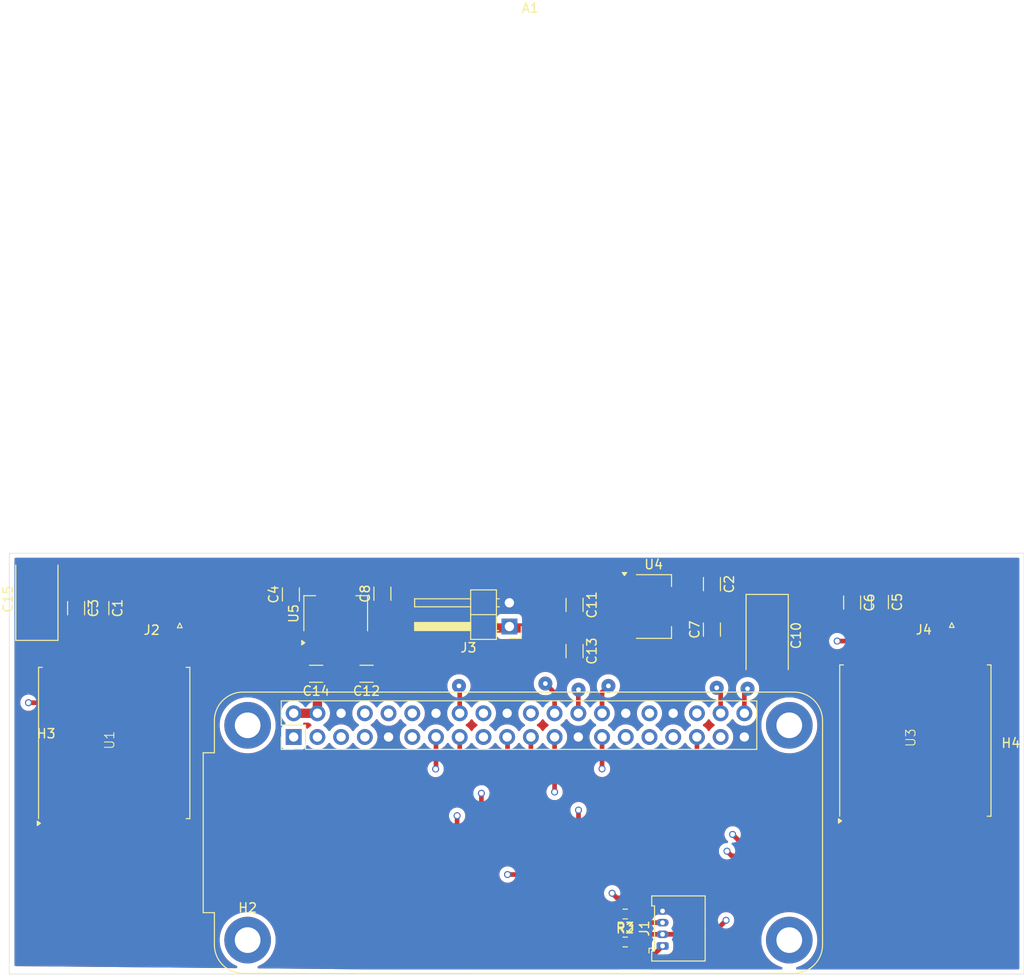
<source format=kicad_pcb>
(kicad_pcb (version 20241229) (generator "pcbnew") (generator_version "9.0")
  (layers (0 "F.Cu" signal) (2 "B.Cu" signal) (13 "F.Paste" user) (15 "B.Paste" user) (5 "F.SilkS" user "F.Silkscreen") (7 "B.SilkS" user "B.Silkscreen") (1 "F.Mask" user) (3 "B.Mask" user) (25 "Edge.Cuts" user))
  (net 0 "")
  (net 5 "3v3_RF")
  (net 7 "SPI1_MOSI")
  (net 8 "SPI0_NSS")
  (net 9 "GND")
  (net 14 "i2c_ID0_data")
  (net 16 "SPI0_MISO")
  (net 17 "i2c_ID0_clock")
  (net 18 "SPI0_MOSI")
  (net 19 "3v3_pi")
  (net 20 "5v")
  (net 21 "SPI1_SCLK")
  (net 22 "SPI0_SCLK")
  (net 23 "SPI0_INT")
  (net 24 "SPI0_RST")
  (net 27 "SPI1_INT")
  (net 29 "SPI1_NSS")
  (net 30 "Net-(J2-In)")
  (net 31 "SPI1_RST")
  (net 34 "SPI1_MISO")
  (net 40 "Net-(J4-In)")
  (footprint "MountingHole:MountingHole_2.5mm_Pad" (layer "F.Cu") (at 142.97 51.22)
    (property "Reference" "H4" (at 23.72 1.905 0) (layer "F.SilkS"))
    (property "Value" "MountingHole_Pad_MP")
    (pad "1" thru_hole circle (at 0 0) (size 5 5) (drill 2.5) (layers "*.Cu" "*.Mask"))
  )
  (footprint "Capacitor_SMD:C_1206_3216Metric" (layer "F.Cu") (at 99.4 37.124999 90)
    (property "Reference" "C8" (at 0 -1.850001 90) (layer "F.SilkS"))
    (property "Value" "C")
    (fp_line (start -0.711252 -0.91) (end 0.711252 -0.91) (stroke (width 0.12)) (layer "F.SilkS"))
    (fp_line (start -0.711252 0.91) (end 0.711252 0.91) (stroke (width 0.12)) (layer "F.SilkS"))
    (pad "1" smd roundrect (at -1.475001 0 90) (size 1.15 1.8) (layers "F.Cu" "F.Mask" "F.Paste") (roundrect_rratio 0.217391) (net 9 "GND"))
    (pad "2" smd roundrect (at 1.475001 0 90) (size 1.15 1.8) (layers "F.Cu" "F.Mask" "F.Paste") (roundrect_rratio 0.217391) (net 5 "3v3_RF"))
  )
  (footprint "Capacitor_Tantalum_SMD:CP_EIA-7343-43_Kemet-X" (layer "F.Cu") (at 140.6 41.6125 -90)
    (property "Reference" "C10" (at -0.000001 -3.1 90) (layer "F.SilkS"))
    (property "Value" "C_Polarized")
    (fp_line (start -4.41 2.26) (end 3.65 2.26) (stroke (width 0.12)) (layer "F.SilkS"))
    (fp_line (start -4.41 -2.26) (end -4.41 2.26) (stroke (width 0.12)) (layer "F.SilkS"))
    (fp_line (start 3.65 -2.26) (end -4.41 -2.26) (stroke (width 0.12)) (layer "F.SilkS"))
    (pad "1" smd roundrect (at -3.1125 0 270) (size 2.075 2.55) (layers "F.Cu" "F.Mask" "F.Paste") (roundrect_rratio 0.120482) (net 5 "3v3_RF"))
    (pad "2" smd roundrect (at 3.1125 0 270) (size 2.075 2.55) (layers "F.Cu" "F.Mask" "F.Paste") (roundrect_rratio 0.120482) (net 9 "GND"))
  )
  (footprint "Capacitor_SMD:C_1206_3216Metric" (layer "F.Cu") (at 69.2 38.6725 -90)
    (property "Reference" "C1" (at 0 -1.85 90) (layer "F.SilkS"))
    (property "Value" "C")
    (fp_line (start -0.711252 0.91) (end 0.711252 0.91) (stroke (width 0.12)) (layer "F.SilkS"))
    (fp_line (start -0.711252 -0.91) (end 0.711252 -0.91) (stroke (width 0.12)) (layer "F.SilkS"))
    (pad "1" smd roundrect (at -1.475 0 270) (size 1.15 1.8) (layers "F.Cu" "F.Mask" "F.Paste") (roundrect_rratio 0.217391) (net 9 "GND"))
    (pad "2" smd roundrect (at 1.475 0 270) (size 1.15 1.8) (layers "F.Cu" "F.Mask" "F.Paste") (roundrect_rratio 0.217391) (net 5 "3v3_RF"))
  )
  (footprint "Resistor_SMD:R_0603_1608Metric" (layer "F.Cu") (at 125.4 71.424998 180)
    (property "Reference" "R3" (at 0 -1.43 0) (layer "F.SilkS"))
    (property "Value" "10k")
    (fp_line (start -0.237258 0.5225) (end 0.237258 0.5225) (stroke (width 0.12)) (layer "F.SilkS"))
    (fp_line (start -0.237258 -0.5225) (end 0.237258 -0.5225) (stroke (width 0.12)) (layer "F.SilkS"))
    (pad "1" smd roundrect (at -0.824998 0 180) (size 0.8 0.95) (layers "F.Cu" "F.Mask" "F.Paste") (net 14 "i2c_ID0_data"))
    (pad "2" smd roundrect (at 0.824998 0 180) (size 0.8 0.95) (layers "F.Cu" "F.Mask" "F.Paste") (net 19 "3v3_pi"))
  )
  (footprint "Capacitor_SMD:C_1206_3216Metric" (layer "F.Cu") (at 149.7 38.075 -90)
    (property "Reference" "C6" (at 0 -1.85 90) (layer "F.SilkS"))
    (property "Value" "C")
    (fp_line (start -0.711252 0.91) (end 0.711252 0.91) (stroke (width 0.12)) (layer "F.SilkS"))
    (fp_line (start -0.711252 -0.91) (end 0.711252 -0.91) (stroke (width 0.12)) (layer "F.SilkS"))
    (pad "1" smd roundrect (at -1.475 0 270) (size 1.15 1.8) (layers "F.Cu" "F.Mask" "F.Paste") (roundrect_rratio 0.217391) (net 9 "GND"))
    (pad "2" smd roundrect (at 1.475 0 270) (size 1.15 1.8) (layers "F.Cu" "F.Mask" "F.Paste") (roundrect_rratio 0.217391) (net 5 "3v3_RF"))
  )
  (footprint "my_hoperf_footprint:my_RFM95W" (layer "F.Cu") (at 156.47 52.555 90)
    (property "Reference" "U3" (at 0 -0.5 90) (layer "F.SilkS") (effects (font (thickness 0.1))))
    (property "Value" "RFM95W")
    (fp_line (start 7.8 -8.1) (end 7.8 -7.7) (stroke (width 0.12)) (layer "F.SilkS"))
    (fp_line (start -8.4 -8.1) (end 7.8 -8.1) (stroke (width 0.12)) (layer "F.SilkS"))
    (fp_line (start -8.4 7.7) (end -8.4 8.1) (stroke (width 0.12)) (layer "F.SilkS"))
    (fp_line (start 7.8 8.1) (end 7.8 7.7) (stroke (width 0.12)) (layer "F.SilkS"))
    (fp_line (start -8.4 8.1) (end 7.8 8.1) (stroke (width 0.12)) (layer "F.SilkS"))
    (fp_poly (pts (xy -8.9 -7.9) (xy -9.14 -8.236) (xy -8.66 -8.236) (xy -8.9 -7.9)) (stroke (width 0.12)) (fill yes) (layer "F.SilkS"))
    (pad "1" smd roundrect (at -7.825 -7 90) (size 2.95 1.27) (layers "F.Cu" "F.Mask" "F.Paste") (net 9 "GND"))
    (pad "2" smd roundrect (at -7.825 -5 90) (size 2.95 1.27) (layers "F.Cu" "F.Mask" "F.Paste") (net 7 "SPI1_MOSI"))
    (pad "3" smd roundrect (at -7.825 -3 90) (size 2.95 1.27) (layers "F.Cu" "F.Mask" "F.Paste") (net 34 "SPI1_MISO"))
    (pad "4" smd roundrect (at -7.825 -1 90) (size 2.95 1.27) (layers "F.Cu" "F.Mask" "F.Paste") (net 21 "SPI1_SCLK"))
    (pad "5" smd roundrect (at -7.825 1 90) (size 2.95 1.27) (layers "F.Cu" "F.Mask" "F.Paste") (net 29 "SPI1_NSS"))
    (pad "6" smd roundrect (at -7.825 3 90) (size 2.95 1.27) (layers "F.Cu" "F.Mask" "F.Paste") (net 31 "SPI1_RST"))
    (pad "7" smd roundrect (at -7.825 5 90) (size 2.95 1.27) (layers "F.Cu" "F.Mask" "F.Paste"))
    (pad "8" smd roundrect (at -7.825 7 90) (size 2.95 1.27) (layers "F.Cu" "F.Mask" "F.Paste") (net 9 "GND"))
    (pad "9" smd roundrect (at 7.225 7 90) (size 2.95 1.27) (layers "F.Cu" "F.Mask" "F.Paste") (net 40 "Net-(J4-In)"))
    (pad "10" smd roundrect (at 7.225 5 90) (size 2.95 1.27) (layers "F.Cu" "F.Mask" "F.Paste") (net 9 "GND"))
    (pad "11" smd roundrect (at 7.225 3 90) (size 2.95 1.27) (layers "F.Cu" "F.Mask" "F.Paste"))
    (pad "12" smd roundrect (at 7.225 1 90) (size 2.95 1.27) (layers "F.Cu" "F.Mask" "F.Paste"))
    (pad "13" smd roundrect (at 7.225 -1 90) (size 2.95 1.27) (layers "F.Cu" "F.Mask" "F.Paste") (net 5 "3v3_RF"))
    (pad "14" smd roundrect (at 7.225 -3 90) (size 2.95 1.27) (layers "F.Cu" "F.Mask" "F.Paste") (net 27 "SPI1_INT"))
    (pad "15" smd roundrect (at 7.225 -5 90) (size 2.95 1.27) (layers "F.Cu" "F.Mask" "F.Paste"))
    (pad "16" smd roundrect (at 7.225 -7 90) (size 2.95 1.27) (layers "F.Cu" "F.Mask" "F.Paste"))
  )
  (footprint "Package_TO_SOT_SMD:SOT-223-3_TabPin2" (layer "F.Cu") (at 94.4 39.249999 90)
    (property "Reference" "U5" (at 0 -4.500001 90) (layer "F.SilkS"))
    (property "Value" "TLV1117-33")
    (fp_line (start -1.85 -3.410001) (end 1.91 -3.41) (stroke (width 0.12)) (layer "F.SilkS"))
    (fp_line (start 1.91 -3.41) (end 1.91 -2.150001) (stroke (width 0.12)) (layer "F.SilkS"))
    (fp_line (start 1.91 3.41) (end 1.91 2.150001) (stroke (width 0.12)) (layer "F.SilkS"))
    (fp_line (start -1.85 3.410001) (end 1.91 3.41) (stroke (width 0.12)) (layer "F.SilkS"))
    (fp_poly (pts (xy -3.13 -3.31) (xy -3.37 -3.64) (xy -2.89 -3.64) (xy -3.13 -3.31)) (stroke (width 0.12)) (fill yes) (layer "F.SilkS"))
    (pad "1" smd roundrect (at -3.15 -2.3 90) (size 2 1.5) (layers "F.Cu" "F.Mask" "F.Paste") (net 9 "GND"))
    (pad "2" smd roundrect (at -3.149999 0 90) (size 2 1.5) (layers "F.Cu" "F.Mask" "F.Paste") (net 5 "3v3_RF"))
    (pad "2" smd roundrect (at 3.149999 0 90) (size 2 3.8) (layers "F.Cu" "F.Mask" "F.Paste") (net 5 "3v3_RF"))
    (pad "3" smd roundrect (at -3.15 2.3 90) (size 2 1.5) (layers "F.Cu" "F.Mask" "F.Paste") (net 20 "5v"))
  )
  (footprint "MountingHole:MountingHole_2.5mm_Pad" (layer "F.Cu") (at 84.97 74.220001)
    (property "Reference" "H2" (at 0 -3.45 0) (layer "F.SilkS"))
    (property "Value" "MountingHole_Pad_MP")
    (pad "1" thru_hole circle (at 0 0) (size 5 5) (drill 2.5) (layers "*.Cu" "*.Mask"))
  )
  (footprint "Capacitor_SMD:C_1206_3216Metric" (layer "F.Cu") (at 134.687501 36.1 -90)
    (property "Reference" "C2" (at 0.000003 -1.850001 90) (layer "F.SilkS"))
    (property "Value" "C")
    (fp_line (start -0.711252 0.91) (end 0.711251 0.909999) (stroke (width 0.12)) (layer "F.SilkS"))
    (fp_line (start -0.711251 -0.909999) (end 0.711252 -0.91) (stroke (width 0.12)) (layer "F.SilkS"))
    (pad "1" smd roundrect (at -1.475001 0 270) (size 1.15 1.8) (layers "F.Cu" "F.Mask" "F.Paste") (roundrect_rratio 0.217391) (net 9 "GND"))
    (pad "2" smd roundrect (at 1.475001 0 270) (size 1.15 1.8) (layers "F.Cu" "F.Mask" "F.Paste") (roundrect_rratio 0.217391) (net 5 "3v3_RF"))
  )
  (footprint "Resistor_SMD:R_0603_1608Metric" (layer "F.Cu") (at 125.4 74.424998)
    (property "Reference" "R2" (at 0 -1.43 0) (layer "F.SilkS"))
    (property "Value" "10k")
    (fp_line (start -0.237258 -0.5225) (end 0.237258 -0.5225) (stroke (width 0.12)) (layer "F.SilkS"))
    (fp_line (start -0.237258 0.5225) (end 0.237258 0.5225) (stroke (width 0.12)) (layer "F.SilkS"))
    (pad "1" smd roundrect (at -0.824998 0) (size 0.8 0.95) (layers "F.Cu" "F.Mask" "F.Paste") (net 19 "3v3_pi"))
    (pad "2" smd roundrect (at 0.824998 0) (size 0.8 0.95) (layers "F.Cu" "F.Mask" "F.Paste") (net 17 "i2c_ID0_clock"))
  )
  (footprint "Capacitor_SMD:C_1206_3216Metric" (layer "F.Cu") (at 119.975 38.324999 -90)
    (property "Reference" "C11" (at 0 -1.850001 90) (layer "F.SilkS"))
    (property "Value" "C")
    (fp_line (start -0.711252 0.91) (end 0.711252 0.91) (stroke (width 0.12)) (layer "F.SilkS"))
    (fp_line (start -0.711252 -0.91) (end 0.711252 -0.91) (stroke (width 0.12)) (layer "F.SilkS"))
    (pad "1" smd roundrect (at -1.475001 0 270) (size 1.15 1.8) (layers "F.Cu" "F.Mask" "F.Paste") (roundrect_rratio 0.217391) (net 9 "GND"))
    (pad "2" smd roundrect (at 1.475001 0 270) (size 1.15 1.8) (layers "F.Cu" "F.Mask" "F.Paste") (roundrect_rratio 0.217391) (net 20 "5v"))
  )
  (footprint "Connector_Coaxial:SMA_Amphenol_132289_EdgeMount" (layer "F.Cu") (at 160.37 37.03 90)
    (property "Reference" "J4" (at -3.96 -3 0) (layer "F.SilkS"))
    (property "Value" "Conn_Coaxial_Small")
    (fp_line (start -3.71 -0.25) (end -3.71 0.25) (stroke (width 0.12)) (layer "F.SilkS"))
    (fp_line (start -3.21 0) (end -3.71 -0.25) (stroke (width 0.12)) (layer "F.SilkS"))
    (fp_line (start -3.71 0.25) (end -3.21 0) (stroke (width 0.12)) (layer "F.SilkS"))
    (pad "1" smd rect (at 0 0 180) (size 1.5 5.08) (layers "F.Cu" "F.Mask" "F.Paste") (net 40 "Net-(J4-In)"))
    (pad "2" smd rect (at 0 -4.25 180) (size 1.5 5.08) (layers "F.Cu" "F.Mask" "F.Paste") (net 9 "GND"))
    (pad "2" smd rect (at 0 -4.25 180) (size 1.5 5.08) (layers "B.Cu" "B.Mask" "B.Paste") (net 9 "GND"))
    (pad "2" smd rect (at 0 4.25 180) (size 1.5 5.08) (layers "F.Cu" "F.Mask" "F.Paste") (net 9 "GND"))
    (pad "2" smd rect (at 0 4.25 180) (size 1.5 5.08) (layers "B.Cu" "B.Mask" "B.Paste") (net 9 "GND"))
  )
  (footprint "Capacitor_SMD:C_1206_3216Metric" (layer "F.Cu") (at 97.7 45.7 180)
    (property "Reference" "C12" (at 0 -1.850001 0) (layer "F.SilkS"))
    (property "Value" "C")
    (fp_line (start -0.711252 0.91) (end 0.711252 0.91) (stroke (width 0.12)) (layer "F.SilkS"))
    (fp_line (start -0.711252 -0.91) (end 0.711252 -0.91) (stroke (width 0.12)) (layer "F.SilkS"))
    (pad "1" smd roundrect (at -1.475001 0 180) (size 1.15 1.8) (layers "F.Cu" "F.Mask" "F.Paste") (roundrect_rratio 0.217391) (net 9 "GND"))
    (pad "2" smd roundrect (at 1.475001 0 180) (size 1.15 1.8) (layers "F.Cu" "F.Mask" "F.Paste") (roundrect_rratio 0.217391) (net 20 "5v"))
  )
  (footprint "Capacitor_SMD:C_1206_3216Metric" (layer "F.Cu") (at 152.675 38.025 -90)
    (property "Reference" "C5" (at 0 -1.85 90) (layer "F.SilkS"))
    (property "Value" "C")
    (fp_line (start -0.711252 0.91) (end 0.711252 0.91) (stroke (width 0.12)) (layer "F.SilkS"))
    (fp_line (start -0.711252 -0.91) (end 0.711252 -0.91) (stroke (width 0.12)) (layer "F.SilkS"))
    (pad "1" smd roundrect (at -1.475 0 270) (size 1.15 1.8) (layers "F.Cu" "F.Mask" "F.Paste") (roundrect_rratio 0.217391) (net 9 "GND"))
    (pad "2" smd roundrect (at 1.475 0 270) (size 1.15 1.8) (layers "F.Cu" "F.Mask" "F.Paste") (roundrect_rratio 0.217391) (net 5 "3v3_RF"))
  )
  (footprint "Capacitor_SMD:C_1206_3216Metric" (layer "F.Cu") (at 119.975001 43.275001 -90)
    (property "Reference" "C13" (at 0 -1.850001 90) (layer "F.SilkS"))
    (property "Value" "C")
    (fp_line (start -0.711252 0.91) (end 0.711252 0.91) (stroke (width 0.12)) (layer "F.SilkS"))
    (fp_line (start -0.711252 -0.91) (end 0.711252 -0.91) (stroke (width 0.12)) (layer "F.SilkS"))
    (pad "1" smd roundrect (at -1.475001 0 270) (size 1.15 1.8) (layers "F.Cu" "F.Mask" "F.Paste") (roundrect_rratio 0.217391) (net 20 "5v"))
    (pad "2" smd roundrect (at 1.475001 0 270) (size 1.15 1.8) (layers "F.Cu" "F.Mask" "F.Paste") (roundrect_rratio 0.217391) (net 9 "GND"))
  )
  (footprint "Capacitor_Tantalum_SMD:CP_EIA-7343-43_Kemet-X" (layer "F.Cu") (at 62.4 37.7125 90)
    (property "Reference" "C15" (at 0 -3.1 90) (layer "F.SilkS"))
    (property "Value" "C_Polarized")
    (fp_line (start 3.65 -2.26) (end -4.41 -2.26) (stroke (width 0.12)) (layer "F.SilkS"))
    (fp_line (start -4.41 -2.26) (end -4.41 2.26) (stroke (width 0.12)) (layer "F.SilkS"))
    (fp_line (start -4.41 2.26) (end 3.65 2.26) (stroke (width 0.12)) (layer "F.SilkS"))
    (pad "1" smd roundrect (at -3.1125 0 90) (size 2.075 2.55) (layers "F.Cu" "F.Mask" "F.Paste") (roundrect_rratio 0.120482) (net 5 "3v3_RF"))
    (pad "2" smd roundrect (at 3.1125 0 90) (size 2.075 2.55) (layers "F.Cu" "F.Mask" "F.Paste") (roundrect_rratio 0.120482) (net 9 "GND"))
  )
  (footprint "Connector_PinHeader_2.54mm:PinHeader_1x02_P2.54mm_Horizontal" (layer "F.Cu") (at 113 40.64 180)
    (property "Reference" "J3" (at 4.385001 -2.269998 0) (layer "F.SilkS"))
    (property "Value" "Conn_01x02_Pin")
    (fp_line (start 10.15 2.97) (end 4.15 2.97) (stroke (width 0.12)) (layer "F.SilkS"))
    (fp_line (start 10.15 2.11) (end 10.15 2.97) (stroke (width 0.12)) (layer "F.SilkS"))
    (fp_line (start 4.15 3.92) (end 4.15 -1.38) (stroke (width 0.12)) (layer "F.SilkS"))
    (fp_line (start 4.15 -1.38) (end 1.39 -1.38) (stroke (width 0.12)) (layer "F.SilkS"))
    (fp_line (start 4.149999 2.110001) (end 10.15 2.11) (stroke (width 0.12)) (layer "F.SilkS"))
    (fp_line (start 1.390001 3.92) (end 4.15 3.92) (stroke (width 0.12)) (layer "F.SilkS"))
    (fp_line (start 1.39 1.27) (end 4.149999 1.270001) (stroke (width 0.12)) (layer "F.SilkS"))
    (fp_line (start 1.39 -1.38) (end 1.390001 3.92) (stroke (width 0.12)) (layer "F.SilkS"))
    (fp_line (start 1.16 -0.43) (end 1.39 -0.43) (stroke (width 0.12)) (layer "F.SilkS"))
    (fp_line (start 1.159999 0.429999) (end 1.39 0.43) (stroke (width 0.12)) (layer "F.SilkS"))
    (fp_line (start 1.077358 2.97) (end 1.389998 2.970001) (stroke (width 0.12)) (layer "F.SilkS"))
    (fp_line (start 1.077358 2.11) (end 1.390002 2.110001) (stroke (width 0.12)) (layer "F.SilkS"))
    (fp_line (start -1.27 -1.27) (end 0.000001 -1.270001) (stroke (width 0.12)) (layer "F.SilkS"))
    (fp_line (start -1.270001 -0.000001) (end -1.27 -1.27) (stroke (width 0.12)) (layer "F.SilkS"))
    (fp_poly (pts (xy 4.15 -0.43) (xy 10.15 -0.43) (xy 10.149999 0.429999) (xy 4.15 0.43)) (stroke (width 0.12)) (fill yes) (layer "F.SilkS"))
    (pad "1" thru_hole rect (at 0 0 180) (size 1.7 1.7) (drill 1) (layers "*.Cu" "*.Mask") (net 20 "5v"))
    (pad "2" thru_hole circle (at 0 2.54 180) (size 1.7 1.7) (drill 1) (layers "*.Cu" "*.Mask") (net 9 "GND"))
  )
  (footprint "Package_TO_SOT_SMD:SOT-223-3_TabPin2" (layer "F.Cu") (at 128.45 38.5)
    (property "Reference" "U4" (at 0 -4.500001 0) (layer "F.SilkS"))
    (property "Value" "TLV1117-33")
    (fp_line (start -1.85 -3.410001) (end 1.91 -3.41) (stroke (width 0.12)) (layer "F.SilkS"))
    (fp_line (start -1.85 3.410001) (end 1.91 3.41) (stroke (width 0.12)) (layer "F.SilkS"))
    (fp_line (start 1.91 -3.41) (end 1.91 -2.150001) (stroke (width 0.12)) (layer "F.SilkS"))
    (fp_line (start 1.91 3.41) (end 1.91 2.150001) (stroke (width 0.12)) (layer "F.SilkS"))
    (fp_poly (pts (xy -3.13 -3.31) (xy -3.37 -3.64) (xy -2.89 -3.64) (xy -3.13 -3.31)) (stroke (width 0.12)) (fill yes) (layer "F.SilkS"))
    (pad "1" smd roundrect (at -3.15 -2.3) (size 2 1.5) (layers "F.Cu" "F.Mask" "F.Paste") (net 9 "GND"))
    (pad "2" smd roundrect (at -3.149999 0) (size 2 1.5) (layers "F.Cu" "F.Mask" "F.Paste") (net 5 "3v3_RF"))
    (pad "2" smd roundrect (at 3.149999 0) (size 2 3.8) (layers "F.Cu" "F.Mask" "F.Paste") (net 5 "3v3_RF"))
    (pad "3" smd roundrect (at -3.15 2.3) (size 2 1.5) (layers "F.Cu" "F.Mask" "F.Paste") (net 20 "5v"))
  )
  (footprint "MountingHole:MountingHole_2.5mm_Pad" (layer "F.Cu") (at 142.97 74.22)
    (property "Reference" "H1" (hide yes))
    (property "Value" "MountingHole_Pad_MP")
    (pad "1" thru_hole circle (at 0 0) (size 5 5) (drill 2.5) (layers "*.Cu" "*.Mask"))
  )
  (footprint "Capacitor_SMD:C_1206_3216Metric" (layer "F.Cu") (at 134.687501 40.975 90)
    (property "Reference" "C7" (at 0.000003 -1.850001 90) (layer "F.SilkS"))
    (property "Value" "C")
    (fp_line (start -0.711251 -0.909999) (end 0.711251 -0.909999) (stroke (width 0.12)) (layer "F.SilkS"))
    (fp_line (start -0.711251 0.909999) (end 0.711251 0.909999) (stroke (width 0.12)) (layer "F.SilkS"))
    (pad "1" smd roundrect (at -1.475001 0 90) (size 1.15 1.8) (layers "F.Cu" "F.Mask" "F.Paste") (roundrect_rratio 0.217391) (net 9 "GND"))
    (pad "2" smd roundrect (at 1.475001 0 90) (size 1.15 1.8) (layers "F.Cu" "F.Mask" "F.Paste") (roundrect_rratio 0.217391) (net 5 "3v3_RF"))
  )
  (footprint "Capacitor_SMD:C_1206_3216Metric" (layer "F.Cu") (at 92.3 45.7 180)
    (property "Reference" "C14" (at 0 -1.850001 0) (layer "F.SilkS"))
    (property "Value" "C")
    (fp_line (start -0.711252 0.91) (end 0.711252 0.91) (stroke (width 0.12)) (layer "F.SilkS"))
    (fp_line (start -0.711252 -0.91) (end 0.711252 -0.91) (stroke (width 0.12)) (layer "F.SilkS"))
    (pad "1" smd roundrect (at -1.475001 0 180) (size 1.15 1.8) (layers "F.Cu" "F.Mask" "F.Paste") (roundrect_rratio 0.217391) (net 20 "5v"))
    (pad "2" smd roundrect (at 1.475001 0 180) (size 1.15 1.8) (layers "F.Cu" "F.Mask" "F.Paste") (roundrect_rratio 0.217391) (net 9 "GND"))
  )
  (footprint "my_hoperf_footprint:my_RFM95W" (layer "F.Cu") (at 70.68 52.8125 90)
    (property "Reference" "U1" (at 0 -0.5 90) (layer "F.SilkS") (effects (font (thickness 0.1))))
    (property "Value" "RFM95W")
    (fp_line (start 7.8 -8.1) (end 7.8 -7.7) (stroke (width 0.12)) (layer "F.SilkS"))
    (fp_line (start -8.4 -8.1) (end 7.8 -8.1) (stroke (width 0.12)) (layer "F.SilkS"))
    (fp_line (start -8.4 7.7) (end -8.4 8.1) (stroke (width 0.12)) (layer "F.SilkS"))
    (fp_line (start 7.8 8.1) (end 7.8 7.7) (stroke (width 0.12)) (layer "F.SilkS"))
    (fp_line (start -8.4 8.1) (end 7.8 8.1) (stroke (width 0.12)) (layer "F.SilkS"))
    (fp_poly (pts (xy -8.9 -7.9) (xy -9.14 -8.236) (xy -8.66 -8.236) (xy -8.9 -7.9)) (stroke (width 0.12)) (fill yes) (layer "F.SilkS"))
    (pad "1" smd roundrect (at -7.825 -7 90) (size 2.95 1.27) (layers "F.Cu" "F.Mask" "F.Paste") (net 9 "GND"))
    (pad "2" smd roundrect (at -7.825 -5 90) (size 2.95 1.27) (layers "F.Cu" "F.Mask" "F.Paste") (net 16 "SPI0_MISO"))
    (pad "3" smd roundrect (at -7.825 -3 90) (size 2.95 1.27) (layers "F.Cu" "F.Mask" "F.Paste") (net 18 "SPI0_MOSI"))
    (pad "4" smd roundrect (at -7.825 -1 90) (size 2.95 1.27) (layers "F.Cu" "F.Mask" "F.Paste") (net 22 "SPI0_SCLK"))
    (pad "5" smd roundrect (at -7.825 1 90) (size 2.95 1.27) (layers "F.Cu" "F.Mask" "F.Paste") (net 8 "SPI0_NSS"))
    (pad "6" smd roundrect (at -7.825 3 90) (size 2.95 1.27) (layers "F.Cu" "F.Mask" "F.Paste") (net 24 "SPI0_RST"))
    (pad "7" smd roundrect (at -7.825 5 90) (size 2.95 1.27) (layers "F.Cu" "F.Mask" "F.Paste"))
    (pad "8" smd roundrect (at -7.825 7 90) (size 2.95 1.27) (layers "F.Cu" "F.Mask" "F.Paste") (net 9 "GND"))
    (pad "9" smd roundrect (at 7.225 7 90) (size 2.95 1.27) (layers "F.Cu" "F.Mask" "F.Paste") (net 30 "Net-(J2-In)"))
    (pad "10" smd roundrect (at 7.225 5 90) (size 2.95 1.27) (layers "F.Cu" "F.Mask" "F.Paste") (net 9 "GND"))
    (pad "11" smd roundrect (at 7.225 3 90) (size 2.95 1.27) (layers "F.Cu" "F.Mask" "F.Paste"))
    (pad "12" smd roundrect (at 7.225 1 90) (size 2.95 1.27) (layers "F.Cu" "F.Mask" "F.Paste"))
    (pad "13" smd roundrect (at 7.225 -1 90) (size 2.95 1.27) (layers "F.Cu" "F.Mask" "F.Paste") (net 5 "3v3_RF"))
    (pad "14" smd roundrect (at 7.225 -3 90) (size 2.95 1.27) (layers "F.Cu" "F.Mask" "F.Paste") (net 23 "SPI0_INT"))
    (pad "15" smd roundrect (at 7.225 -5 90) (size 2.95 1.27) (layers "F.Cu" "F.Mask" "F.Paste"))
    (pad "16" smd roundrect (at 7.225 -7 90) (size 2.95 1.27) (layers "F.Cu" "F.Mask" "F.Paste"))
  )
  (footprint "Connector_Molex:Molex_PicoBlade_53048-0410_1x04_P1.25mm_Horizontal" (layer "F.Cu") (at 129.399999 74.85 90)
    (property "Reference" "J1" (at 1.88 -1.95 90) (layer "F.SilkS"))
    (property "Value" "Conn_01x04_Pin")
    (fp_line (start -0.25 -1.45) (end -0.749999 -1.449999) (stroke (width 0.12)) (layer "F.SilkS"))
    (fp_line (start 4.290001 -1.160001) (end 5.36 -1.159999) (stroke (width 0.12)) (layer "F.SilkS"))
    (fp_line (start -0.540001 -1.160001) (end -1.61 -1.16) (stroke (width 0.12)) (layer "F.SilkS"))
    (fp_line (start -1.61 -1.16) (end -1.61 4.559999) (stroke (width 0.12)) (layer "F.SilkS"))
    (fp_line (start 5.36 -1.159999) (end 5.359999 4.559998) (stroke (width 0.12)) (layer "F.SilkS"))
    (fp_line (start -0.249999 -1.149999) (end -0.25 -1.45) (stroke (width 0.12)) (layer "F.SilkS"))
    (fp_line (start 1.875 -0.86) (end -0.540002 -0.86) (stroke (width 0.12)) (layer "F.SilkS"))
    (fp_line (start 1.875 -0.86) (end 4.289999 -0.859999) (stroke (width 0.12)) (layer "F.SilkS"))
    (fp_line (start -0.540002 -0.86) (end -0.540001 -1.160001) (stroke (width 0.12)) (layer "F.SilkS"))
    (fp_line (start 4.289999 -0.859999) (end 4.290001 -1.160001) (stroke (width 0.12)) (layer "F.SilkS"))
    (fp_line (start 5.359999 4.559998) (end 1.875 4.56) (stroke (width 0.12)) (layer "F.SilkS"))
    (fp_line (start -1.61 4.559999) (end 1.875 4.56) (stroke (width 0.12)) (layer "F.SilkS"))
    (pad "1" thru_hole roundrect (at 0 0 90) (size 0.8 1.3) (drill 0.5) (layers "*.Cu" "*.Mask") (net 19 "3v3_pi"))
    (pad "2" thru_hole oval (at 1.249997 0 90) (size 0.8 1.3) (drill 0.5) (layers "*.Cu" "*.Mask") (net 17 "i2c_ID0_clock"))
    (pad "3" thru_hole oval (at 2.5 0 90) (size 0.8 1.3) (drill 0.5) (layers "*.Cu" "*.Mask") (net 14 "i2c_ID0_data"))
    (pad "4" thru_hole oval (at 3.75 0.000001 90) (size 0.8 1.3) (drill 0.5) (layers "*.Cu" "*.Mask") (net 9 "GND"))
  )
  (footprint "Capacitor_SMD:C_1206_3216Metric" (layer "F.Cu") (at 89.6 37.2 90)
    (property "Reference" "C4" (at 0 -1.850001 90) (layer "F.SilkS"))
    (property "Value" "C")
    (fp_line (start -0.711252 -0.91) (end 0.711252 -0.91) (stroke (width 0.12)) (layer "F.SilkS"))
    (fp_line (start -0.711252 0.91) (end 0.711252 0.91) (stroke (width 0.12)) (layer "F.SilkS"))
    (pad "1" smd roundrect (at -1.475001 0 90) (size 1.15 1.8) (layers "F.Cu" "F.Mask" "F.Paste") (roundrect_rratio 0.217391) (net 9 "GND"))
    (pad "2" smd roundrect (at 1.475001 0 90) (size 1.15 1.8) (layers "F.Cu" "F.Mask" "F.Paste") (roundrect_rratio 0.217391) (net 5 "3v3_RF"))
  )
  (footprint "Connector_Coaxial:SMA_Amphenol_132289_EdgeMount" (layer "F.Cu") (at 77.7 37.0625 90)
    (property "Reference" "J2" (at -3.96 -3 0) (layer "F.SilkS"))
    (property "Value" "Conn_Coaxial_Small")
    (fp_line (start -3.71 -0.25) (end -3.71 0.25) (stroke (width 0.12)) (layer "F.SilkS"))
    (fp_line (start -3.21 0) (end -3.71 -0.25) (stroke (width 0.12)) (layer "F.SilkS"))
    (fp_line (start -3.71 0.25) (end -3.21 0) (stroke (width 0.12)) (layer "F.SilkS"))
    (pad "1" smd rect (at 0 0 180) (size 1.5 5.08) (layers "F.Cu" "F.Mask" "F.Paste") (net 30 "Net-(J2-In)"))
    (pad "2" smd rect (at 0 -4.25 180) (size 1.5 5.08) (layers "F.Cu" "F.Mask" "F.Paste") (net 9 "GND"))
    (pad "2" smd rect (at 0 -4.25 180) (size 1.5 5.08) (layers "B.Cu" "B.Mask" "B.Paste") (net 9 "GND"))
    (pad "2" smd rect (at 0 4.25 180) (size 1.5 5.08) (layers "F.Cu" "F.Mask" "F.Paste") (net 9 "GND"))
    (pad "2" smd rect (at 0 4.25 180) (size 1.5 5.08) (layers "B.Cu" "B.Mask" "B.Paste") (net 9 "GND"))
  )
  (footprint "MountingHole:MountingHole_2.5mm_Pad" (layer "F.Cu") (at 84.97 51.220001)
    (property "Reference" "H3" (at -21.57 0.8925 0) (layer "F.SilkS"))
    (property "Value" "MountingHole_Pad_MP")
    (pad "1" thru_hole circle (at 0 0) (size 5 5) (drill 2.5) (layers "*.Cu" "*.Mask"))
  )
  (footprint "mypifootprint:Raspberry_Pi_Zero_Socketed_THT_FaceDown_MountingHoles" (layer "F.Cu") (at 138.1 52.490001 -90)
    (property "Reference" "A1" (at -78.09 22.865 0) (layer "F.SilkS"))
    (property "Value" "RASPBERRYPI-ZERO")
    (fp_line (start 1.67 57.89) (end 18.79 57.89) (stroke (width 0.12)) (layer "F.SilkS"))
    (fp_line (start 18.79 57.89) (end 18.79 56.69) (stroke (width 0.12)) (layer "F.SilkS"))
    (fp_line (start 1.67 56.69) (end 1.67 57.89) (stroke (width 0.12)) (layer "F.SilkS"))
    (fp_line (start 1.67 56.69) (end -1.77 56.69) (stroke (width 0.12)) (layer "F.SilkS"))
    (fp_line (start 18.79 56.69) (end 22.23 56.69) (stroke (width 0.12)) (layer "F.SilkS"))
    (fp_line (start -4.83 53.63) (end -4.83 -5.37) (stroke (width 0.12)) (layer "F.SilkS"))
    (fp_line (start 25.29 53.63) (end 25.29 49.69) (stroke (width 0.12)) (layer "F.SilkS"))
    (fp_line (start 25.29 49.69) (end 25.29 -1.68) (stroke (width 0.1)) (layer "F.SilkS"))
    (fp_line (start -3.89 49.53) (end -1.29 49.53) (stroke (width 0.12)) (layer "F.SilkS"))
    (fp_line (start -3.89 49.53) (end -3.89 -1.39) (stroke (width 0.12)) (layer "F.SilkS"))
    (fp_line (start -1.29 49.53) (end -1.29 46.93) (stroke (width 0.12)) (layer "F.SilkS"))
    (fp_line (start -0.02 49.53) (end 1.31 49.53) (stroke (width 0.12)) (layer "F.SilkS"))
    (fp_line (start 1.31 49.53) (end 1.31 48.2) (stroke (width 0.12)) (layer "F.SilkS"))
    (fp_line (start -1.29 46.93) (end 1.31 46.93) (stroke (width 0.12)) (layer "F.SilkS"))
    (fp_line (start 1.31 46.93) (end 1.31 -1.39) (stroke (width 0.12)) (layer "F.SilkS"))
    (fp_line (start 25.29 41.57) (end 25.29 37.09) (stroke (width 0.12)) (layer "F.SilkS"))
    (fp_line (start 25.29 28.97) (end 25.29 9.74) (stroke (width 0.12)) (layer "F.SilkS"))
    (fp_line (start -3.89 -1.39) (end 1.31 -1.39) (stroke (width 0.12)) (layer "F.SilkS"))
    (fp_line (start 25.29 -1.68) (end 25.29 -5.37) (stroke (width 0.12)) (layer "F.SilkS"))
    (fp_line (start -1.77 -8.43) (end 22.23 -8.43) (stroke (width 0.12)) (layer "F.SilkS"))
    (fp_arc (start -1.77 56.69) (mid -3.933747 55.793747) (end -4.83 53.63) (stroke (width 0.12)) (layer "F.SilkS"))
    (fp_arc (start 25.29 53.63) (mid 24.393747 55.793747) (end 22.23 56.69) (stroke (width 0.12)) (layer "F.SilkS"))
    (fp_arc (start -4.83 -5.37) (mid -3.933747 -7.533747) (end -1.77 -8.43) (stroke (width 0.12)) (layer "F.SilkS"))
    (fp_arc (start 22.23 -8.43) (mid 24.393747 -7.533747) (end 25.29 -5.37) (stroke (width 0.12)) (layer "F.SilkS"))
    (pad "" np_thru_hole circle (at -1.27 -4.87) (size 2.75 2.75) (drill 2.75) (layers "*.Cu" "*.Mask"))
    (pad "" np_thru_hole circle (at -1.27 53.13) (size 2.75 2.75) (drill 2.75) (layers "*.Cu" "*.Mask"))
    (pad "" np_thru_hole circle (at 21.73 -4.87) (size 2.75 2.75) (drill 2.75) (layers "*.Cu" "*.Mask"))
    (pad "" np_thru_hole circle (at 21.73 53.13) (size 2.75 2.75) (drill 2.75) (layers "*.Cu" "*.Mask"))
    (pad "1" thru_hole rect (at -0.02 48.2 90) (size 1.7 1.7) (drill 1) (layers "*.Cu" "*.Mask") (net 19 "3v3_pi"))
    (pad "2" thru_hole oval (at -2.56 48.2 90) (size 1.7 1.7) (drill 1) (layers "*.Cu" "*.Mask") (net 20 "5v"))
    (pad "3" thru_hole oval (at -0.02 45.66 90) (size 1.7 1.7) (drill 1) (layers "*.Cu" "*.Mask"))
    (pad "4" thru_hole oval (at -2.56 45.66 90) (size 1.7 1.7) (drill 1) (layers "*.Cu" "*.Mask") (net 20 "5v"))
    (pad "5" thru_hole oval (at -0.02 43.12 90) (size 1.7 1.7) (drill 1) (layers "*.Cu" "*.Mask"))
    (pad "6" thru_hole oval (at -2.56 43.12 90) (size 1.7 1.7) (drill 1) (layers "*.Cu" "*.Mask") (net 9 "GND"))
    (pad "7" thru_hole oval (at -0.02 40.58 90) (size 1.7 1.7) (drill 1) (layers "*.Cu" "*.Mask"))
    (pad "8" thru_hole oval (at -2.56 40.58 90) (size 1.7 1.7) (drill 1) (layers "*.Cu" "*.Mask"))
    (pad "9" thru_hole oval (at -0.02 38.04 90) (size 1.7 1.7) (drill 1) (layers "*.Cu" "*.Mask") (net 9 "GND"))
    (pad "10" thru_hole oval (at -2.56 38.04 90) (size 1.7 1.7) (drill 1) (layers "*.Cu" "*.Mask"))
    (pad "11" thru_hole oval (at -0.02 35.5 90) (size 1.7 1.7) (drill 1) (layers "*.Cu" "*.Mask"))
    (pad "12" thru_hole oval (at -2.56 35.5 90) (size 1.7 1.7) (drill 1) (layers "*.Cu" "*.Mask"))
    (pad "13" thru_hole oval (at -0.02 32.96 90) (size 1.7 1.7) (drill 1) (layers "*.Cu" "*.Mask") (net 31 "SPI1_RST"))
    (pad "14" thru_hole oval (at -2.56 32.96 90) (size 1.7 1.7) (drill 1) (layers "*.Cu" "*.Mask") (net 9 "GND"))
    (pad "15" thru_hole oval (at -0.02 30.42 90) (size 1.7 1.7) (drill 1) (layers "*.Cu" "*.Mask") (net 24 "SPI0_RST"))
    (pad "16" thru_hole oval (at -2.56 30.42 90) (size 1.7 1.7) (drill 1) (layers "*.Cu" "*.Mask") (net 27 "SPI1_INT"))
    (pad "17" thru_hole oval (at -0.02 27.88 90) (size 1.7 1.7) (drill 1) (layers "*.Cu" "*.Mask"))
    (pad "18" thru_hole oval (at -2.56 27.88 90) (size 1.7 1.7) (drill 1) (layers "*.Cu" "*.Mask") (net 23 "SPI0_INT"))
    (pad "19" thru_hole oval (at -0.02 25.34 90) (size 1.7 1.7) (drill 1) (layers "*.Cu" "*.Mask") (net 18 "SPI0_MOSI"))
    (pad "20" thru_hole oval (at -2.56 25.34 90) (size 1.7 1.7) (drill 1) (layers "*.Cu" "*.Mask") (net 9 "GND"))
    (pad "21" thru_hole oval (at -0.02 22.8 90) (size 1.7 1.7) (drill 1) (layers "*.Cu" "*.Mask") (net 16 "SPI0_MISO"))
    (pad "22" thru_hole oval (at -2.56 22.8 90) (size 1.7 1.7) (drill 1) (layers "*.Cu" "*.Mask"))
    (pad "23" thru_hole oval (at -0.02 20.26 90) (size 1.7 1.7) (drill 1) (layers "*.Cu" "*.Mask") (net 22 "SPI0_SCLK"))
    (pad "24" thru_hole oval (at -2.56 20.26 90) (size 1.7 1.7) (drill 1) (layers "*.Cu" "*.Mask") (net 8 "SPI0_NSS"))
    (pad "25" thru_hole oval (at -0.02 17.72 90) (size 1.7 1.7) (drill 1) (layers "*.Cu" "*.Mask") (net 9 "GND"))
    (pad "26" thru_hole oval (at -2.56 17.72 90) (size 1.7 1.7) (drill 1) (layers "*.Cu" "*.Mask") (net 29 "SPI1_NSS"))
    (pad "27" thru_hole oval (at -0.02 15.18 90) (size 1.7 1.7) (drill 1) (layers "*.Cu" "*.Mask") (net 14 "i2c_ID0_data"))
    (pad "28" thru_hole oval (at -2.56 15.18 90) (size 1.7 1.7) (drill 1) (layers "*.Cu" "*.Mask") (net 17 "i2c_ID0_clock"))
    (pad "29" thru_hole oval (at -0.02 12.64 90) (size 1.7 1.7) (drill 1) (layers "*.Cu" "*.Mask"))
    (pad "30" thru_hole oval (at -2.56 12.64 90) (size 1.7 1.7) (drill 1) (layers "*.Cu" "*.Mask") (net 9 "GND"))
    (pad "31" thru_hole oval (at -0.02 10.1 90) (size 1.7 1.7) (drill 1) (layers "*.Cu" "*.Mask"))
    (pad "32" thru_hole oval (at -2.56 10.1 90) (size 1.7 1.7) (drill 1) (layers "*.Cu" "*.Mask"))
    (pad "33" thru_hole oval (at -0.02 7.56 90) (size 1.7 1.7) (drill 1) (layers "*.Cu" "*.Mask"))
    (pad "34" thru_hole oval (at -2.56 7.56 90) (size 1.7 1.7) (drill 1) (layers "*.Cu" "*.Mask") (net 9 "GND"))
    (pad "35" thru_hole oval (at -0.02 5.02 90) (size 1.7 1.7) (drill 1) (layers "*.Cu" "*.Mask") (net 34 "SPI1_MISO"))
    (pad "36" thru_hole oval (at -2.56 5.02 90) (size 1.7 1.7) (drill 1) (layers "*.Cu" "*.Mask"))
    (pad "37" thru_hole oval (at -0.02 2.48 90) (size 1.7 1.7) (drill 1) (layers "*.Cu" "*.Mask"))
    (pad "38" thru_hole oval (at -2.56 2.48 90) (size 1.7 1.7) (drill 1) (layers "*.Cu" "*.Mask") (net 7 "SPI1_MOSI"))
    (pad "39" thru_hole oval (at -0.02 -0.06 90) (size 1.7 1.7) (drill 1) (layers "*.Cu" "*.Mask") (net 9 "GND"))
    (pad "40" thru_hole oval (at -2.56 -0.06 90) (size 1.7 1.7) (drill 1) (layers "*.Cu" "*.Mask") (net 21 "SPI1_SCLK"))
  )
  (footprint "Capacitor_SMD:C_1206_3216Metric" (layer "F.Cu") (at 66.6 38.675 -90)
    (property "Reference" "C3" (at 0 -1.85 90) (layer "F.SilkS"))
    (property "Value" "C")
    (fp_line (start -0.711252 0.91) (end 0.711252 0.91) (stroke (width 0.12)) (layer "F.SilkS"))
    (fp_line (start -0.711252 -0.91) (end 0.711252 -0.91) (stroke (width 0.12)) (layer "F.SilkS"))
    (pad "1" smd roundrect (at -1.475 0 270) (size 1.15 1.8) (layers "F.Cu" "F.Mask" "F.Paste") (roundrect_rratio 0.217391) (net 9 "GND"))
    (pad "2" smd roundrect (at 1.475 0 270) (size 1.15 1.8) (layers "F.Cu" "F.Mask" "F.Paste") (roundrect_rratio 0.217391) (net 5 "3v3_RF"))
  )
  (gr_rect (start 59.445 32.785) (end 168.1 77.854991) (stroke (width 0.05)) (fill no) (layer "Edge.Cuts"))
  (segment (start 68.5625 40.5625) (end 64.43 40.5625) (width 1) (layer "F.Cu") (net 5))
  (segment (start 69.68 45.2875) (end 69.68 43.28) (width 1) (layer "F.Cu") (net 5))
  (segment (start 69.68 43.28) (end 69.68 41.68) (width 1) (layer "F.Cu") (net 5))
  (segment (start 155.47 42.97) (end 152.05 39.55) (width 1) (layer "F.Cu") (net 5))
  (segment (start 155.47 45.03) (end 155.47 42.97) (width 1) (layer "F.Cu") (net 5))
  (segment (start 89.6 35.724999) (end 99.324999 35.724999) (width 0.5) (layer "F.Cu") (net 5))
  (segment (start 69.68 41.68) (end 68.5625 40.5625) (width 1) (layer "F.Cu") (net 5))
  (segment (start 99.324999 35.724999) (end 99.4 35.649998) (width 0.5) (layer "F.Cu") (net 5))
  (segment (start 140.6 38.5) (end 131.599999 38.5) (width 1) (layer "F.Cu") (net 5))
  (segment (start 145.45 39.55) (end 144.4 38.5) (width 1) (layer "F.Cu") (net 5))
  (segment (start 152.05 39.55) (end 145.45 39.55) (width 1) (layer "F.Cu") (net 5))
  (segment (start 144.4 38.5) (end 140.6 38.5) (width 1) (layer "F.Cu") (net 5))
  (segment (start 135.62 47.62) (end 135.2 47.2) (width 0.5) (layer "F.Cu") (net 7))
  (segment (start 135.62 49.930001) (end 135.62 47.62) (width 0.5) (layer "F.Cu") (net 7))
  (via (at 135.2 47.2) (size 1.5) (drill 0.5) (layers "F.Cu" "B.Cu") (net 7))
  (segment (start 117.84 47.74) (end 117.84 49.930001) (width 0.5) (layer "F.Cu") (net 8))
  (segment (start 74.3685 64.501) (end 102.999 64.501) (width 0.5) (layer "F.Cu") (net 8))
  (segment (start 104.699 64.501) (end 107 62.2) (width 0.5) (layer "F.Cu") (net 8))
  (segment (start 107 62.2) (end 107.4 61.8) (width 0.5) (layer "F.Cu") (net 8))
  (segment (start 71.68 60.3375) (end 71.68 61.8125) (width 0.5) (layer "F.Cu") (net 8))
  (segment (start 102.999 64.501) (end 104.699 64.501) (width 0.5) (layer "F.Cu") (net 8))
  (segment (start 107.4 61.8) (end 107.4 60.9) (width 0.5) (layer "F.Cu") (net 8))
  (segment (start 71.68 61.8125) (end 74.3685 64.501) (width 0.5) (layer "F.Cu") (net 8))
  (segment (start 116.85 46.75) (end 117.84 47.74) (width 0.5) (layer "F.Cu") (net 8))
  (via (at 107.4 60.9) (size 0.75) (drill 0.5) (layers "F.Cu" "B.Cu") (net 8))
  (via (at 116.85 46.75) (size 1.5) (drill 0.5) (layers "F.Cu" "B.Cu") (net 8))
  (segment (start 129.399999 72.35) (end 127.15 72.35) (width 0.5) (layer "F.Cu") (net 14))
  (segment (start 127.15 72.35) (end 126.224998 71.424998) (width 0.5) (layer "F.Cu") (net 14))
  (segment (start 124.5 69.7) (end 124 69.2) (width 0.5) (layer "F.Cu") (net 14))
  (segment (start 126.224998 70.024998) (end 125.9 69.7) (width 0.5) (layer "F.Cu") (net 14))
  (segment (start 126.224998 71.424998) (end 126.224998 70.024998) (width 0.5) (layer "F.Cu") (net 14))
  (segment (start 122.92 55.88) (end 122.92 52.470001) (width 0.5) (layer "F.Cu") (net 14))
  (segment (start 125.9 69.7) (end 124.5 69.7) (width 0.5) (layer "F.Cu") (net 14))
  (via (at 122.92 55.88) (size 0.75) (drill 0.5) (layers "F.Cu" "B.Cu") (net 14))
  (via (at 124 69.2) (size 0.75) (drill 0.5) (layers "F.Cu" "B.Cu") (net 14))
  (segment (start 65.68 60.3375) (end 65.68 61.8125) (width 0.5) (layer "F.Cu") (net 16))
  (segment (start 109.398 67.602) (end 115.3 61.7) (width 0.5) (layer "F.Cu") (net 16))
  (segment (start 115.3 61.7) (end 115.3 52.470001) (width 0.5) (layer "F.Cu") (net 16))
  (segment (start 71.4695 67.602) (end 109.398 67.602) (width 0.5) (layer "F.Cu") (net 16))
  (segment (start 65.68 61.8125) (end 71.4695 67.602) (width 0.5) (layer "F.Cu") (net 16))
  (segment (start 133.099997 73.600003) (end 134.699997 73.600003) (width 0.5) (layer "F.Cu") (net 17))
  (segment (start 129.399999 73.600003) (end 133.099997 73.600003) (width 0.5) (layer "F.Cu") (net 17))
  (segment (start 134.699997 73.600003) (end 136.2 72.1) (width 0.5) (layer "F.Cu") (net 17))
  (segment (start 127.049993 73.600003) (end 126.224998 74.424998) (width 0.5) (layer "F.Cu") (net 17))
  (segment (start 122.92 47.68) (end 123.6 47) (width 0.5) (layer "F.Cu") (net 17))
  (segment (start 129.399999 73.600003) (end 127.049993 73.600003) (width 0.5) (layer "F.Cu") (net 17))
  (segment (start 122.92 49.930001) (end 122.92 47.68) (width 0.5) (layer "F.Cu") (net 17))
  (via (at 136.2 72.1) (size 0.75) (drill 0.5) (layers "F.Cu" "B.Cu") (net 17))
  (via (at 123.6 47) (size 1.5) (drill 0.5) (layers "F.Cu" "B.Cu") (net 17))
  (segment (start 108.983372 66.601) (end 112.8 62.784372) (width 0.5) (layer "F.Cu") (net 18))
  (segment (start 67.68 61.323588) (end 72.957412 66.601) (width 0.5) (layer "F.Cu") (net 18))
  (segment (start 67.68 60.3375) (end 67.68 61.323588) (width 0.5) (layer "F.Cu") (net 18))
  (segment (start 112.8 62.784372) (end 112.8 52.510001) (width 0.5) (layer "F.Cu") (net 18))
  (segment (start 72.957412 66.601) (end 108.983372 66.601) (width 0.5) (layer "F.Cu") (net 18))
  (segment (start 112.8 52.510001) (end 112.76 52.470001) (width 0.5) (layer "F.Cu") (net 18))
  (segment (start 124.9 76.4) (end 124.575002 76.075002) (width 0.5) (layer "F.Cu") (net 19))
  (segment (start 127.849999 76.4) (end 124.9 76.4) (width 0.5) (layer "F.Cu") (net 19))
  (segment (start 124.575002 74.424998) (end 124.575002 71.424998) (width 0.5) (layer "F.Cu") (net 19))
  (segment (start 129.399999 74.85) (end 127.849999 76.4) (width 0.5) (layer "F.Cu") (net 19))
  (segment (start 124.575002 76.075002) (end 124.575002 74.424998) (width 0.5) (layer "F.Cu") (net 19))
  (segment (start 92.44 49.930001) (end 92.44 47.76) (width 1) (layer "F.Cu") (net 20))
  (segment (start 92.9 47.3) (end 93.1 47.3) (width 1) (layer "F.Cu") (net 20))
  (segment (start 99.6 40.8) (end 125.3 40.8) (width 1) (layer "F.Cu") (net 20))
  (segment (start 93.1 47.3) (end 99.6 40.8) (width 1) (layer "F.Cu") (net 20))
  (segment (start 89.9 49.930001) (end 92.44 49.930001) (width 1) (layer "F.Cu") (net 20))
  (segment (start 92.44 47.76) (end 92.9 47.3) (width 1) (layer "F.Cu") (net 20))
  (segment (start 153.501 65.199) (end 137.499 65.199) (width 0.5) (layer "F.Cu") (net 21))
  (segment (start 155.47 60.08) (end 155.47 63.23) (width 0.5) (layer "F.Cu") (net 21))
  (segment (start 136.8 65.2) (end 136.3 64.7) (width 0.5) (layer "F.Cu") (net 21))
  (segment (start 137.498 65.2) (end 136.8 65.2) (width 0.5) (layer "F.Cu") (net 21))
  (segment (start 138.16 47.64) (end 138.5 47.3) (width 0.5) (layer "F.Cu") (net 21))
  (segment (start 138.16 49.930001) (end 138.16 47.64) (width 0.5) (layer "F.Cu") (net 21))
  (segment (start 137.499 65.199) (end 137.498 65.2) (width 0.5) (layer "F.Cu") (net 21))
  (segment (start 155.47 63.23) (end 153.501 65.199) (width 0.5) (layer "F.Cu") (net 21))
  (via (at 136.3 64.7) (size 0.75) (drill 0.5) (layers "F.Cu" "B.Cu") (net 21))
  (via (at 138.5 47.3) (size 1.5) (drill 0.5) (layers "F.Cu" "B.Cu") (net 21))
  (segment (start 110 62.6) (end 107 65.6) (width 0.5) (layer "F.Cu") (net 22))
  (segment (start 73.4675 65.6) (end 69.68 61.8125) (width 0.5) (layer "F.Cu") (net 22))
  (segment (start 107 65.6) (end 73.4675 65.6) (width 0.5) (layer "F.Cu") (net 22))
  (segment (start 69.68 61.8125) (end 69.68 60.3375) (width 0.5) (layer "F.Cu") (net 22))
  (segment (start 110 58.5) (end 110 62.6) (width 0.5) (layer "F.Cu") (net 22))
  (segment (start 117.84 52.470001) (end 117.84 58.36) (width 0.5) (layer "F.Cu") (net 22))
  (via (at 117.84 58.36) (size 0.75) (drill 0.5) (layers "F.Cu" "B.Cu") (net 22))
  (via (at 110 58.5) (size 0.75) (drill 0.5) (layers "F.Cu" "B.Cu") (net 22))
  (segment (start 67.68 45.2875) (end 67.68 47.72) (width 0.5) (layer "F.Cu") (net 23))
  (segment (start 61.5 48.8) (end 61.4 48.8) (width 0.5) (layer "F.Cu") (net 23))
  (segment (start 66.6 48.8) (end 61.5 48.8) (width 0.5) (layer "F.Cu") (net 23))
  (segment (start 67.68 47.72) (end 66.6 48.8) (width 0.5) (layer "F.Cu") (net 23))
  (via (at 61.5 48.8) (size 0.75) (drill 0.5) (layers "F.Cu" "B.Cu") (net 23))
  (segment (start 107.68 57.02) (end 107.68 52.470001) (width 0.5) (layer "F.Cu") (net 24))
  (segment (start 73.68 60.3375) (end 73.68 61.8125) (width 0.5) (layer "F.Cu") (net 24))
  (segment (start 73.68 61.8125) (end 75.3675 63.5) (width 0.5) (layer "F.Cu") (net 24))
  (segment (start 75.3675 63.5) (end 101.2 63.5) (width 0.5) (layer "F.Cu") (net 24))
  (segment (start 101.2 63.5) (end 107.68 57.02) (width 0.5) (layer "F.Cu") (net 24))
  (segment (start 153.47 45.03) (end 153.47 43.37) (width 0.5) (layer "F.Cu") (net 27))
  (segment (start 153.47 43.37) (end 152.3 42.2) (width 0.5) (layer "F.Cu") (net 27))
  (segment (start 107.68 47.32) (end 107.68 49.930001) (width 0.5) (layer "F.Cu") (net 27))
  (segment (start 107.6 47.24) (end 107.68 47.32) (width 0.5) (layer "F.Cu") (net 27))
  (segment (start 107.6 47) (end 107.6 47.24) (width 0.5) (layer "F.Cu") (net 27))
  (segment (start 152.3 42.2) (end 148.1 42.2) (width 0.5) (layer "F.Cu") (net 27))
  (via (at 107.6 47) (size 1.5) (drill 0.5) (layers "F.Cu" "B.Cu") (net 27))
  (via (at 148.1 42.2) (size 0.75) (drill 0.5) (layers "F.Cu" "B.Cu") (net 27))
  (segment (start 155.2 66.2) (end 140.2 66.2) (width 0.5) (layer "F.Cu") (net 29))
  (segment (start 124 66.2) (end 123.8 66) (width 0.5) (layer "F.Cu") (net 29))
  (segment (start 157.47 60.08) (end 157.47 63.93) (width 0.5) (layer "F.Cu") (net 29))
  (segment (start 120.4 62.6) (end 120.4 60.3) (width 0.5) (layer "F.Cu") (net 29))
  (segment (start 120.38 49.930001) (end 120.38 47.42) (width 0.5) (layer "F.Cu") (net 29))
  (segment (start 140.2 66.2) (end 124 66.2) (width 0.5) (layer "F.Cu") (net 29))
  (segment (start 157.47 63.93) (end 155.2 66.2) (width 0.5) (layer "F.Cu") (net 29))
  (segment (start 120.38 47.42) (end 120.4 47.4) (width 0.5) (layer "F.Cu") (net 29))
  (segment (start 123.8 66) (end 120.4 62.6) (width 0.5) (layer "F.Cu") (net 29))
  (via (at 120.4 60.3) (size 0.75) (drill 0.5) (layers "F.Cu" "B.Cu") (net 29))
  (via (at 120.4 47.4) (size 1.5) (drill 0.5) (layers "F.Cu" "B.Cu") (net 29))
  (segment (start 77.68 45.2875) (end 77.68 37.0825) (width 0.5) (layer "F.Cu") (net 30))
  (segment (start 77.68 37.0825) (end 77.7 37.0625) (width 0.5) (layer "F.Cu") (net 30))
  (segment (start 155.9 67.2) (end 112.8 67.2) (width 0.5) (layer "F.Cu") (net 31))
  (segment (start 105.14 55.86) (end 105.1 55.9) (width 0.5) (layer "F.Cu") (net 31))
  (segment (start 159.47 60.08) (end 159.47 63.63) (width 0.5) (layer "F.Cu") (net 31))
  (segment (start 159.47 63.63) (end 155.9 67.2) (width 0.5) (layer "F.Cu") (net 31))
  (segment (start 105.14 52.470001) (end 105.14 55.86) (width 0.5) (layer "F.Cu") (net 31))
  (via (at 112.8 67.2) (size 0.75) (drill 0.5) (layers "F.Cu" "B.Cu") (net 31))
  (via (at 105.1 55.9) (size 0.75) (drill 0.5) (layers "F.Cu" "B.Cu") (net 31))
  (segment (start 151.47 62.53) (end 150.803 63.197) (width 0.5) (layer "F.Cu") (net 34))
  (segment (start 152.302 64.198) (end 142.5 64.198) (width 0.5) (layer "F.Cu") (net 34))
  (segment (start 139.697 63.197) (end 133.08 56.58) (width 0.5) (layer "F.Cu") (net 34))
  (segment (start 151.47 60.08) (end 151.47 62.53) (width 0.5) (layer "F.Cu") (net 34))
  (segment (start 152.6 63.9) (end 152.302 64.198) (width 0.5) (layer "F.Cu") (net 34))
  (segment (start 138.198 64.198) (end 136.9 62.9) (width 0.5) (layer "F.Cu") (net 34))
  (segment (start 133.08 56.58) (end 133.08 52.470001) (width 0.5) (layer "F.Cu") (net 34))
  (segment (start 153.47 63.03) (end 152.6 63.9) (width 0.5) (layer "F.Cu") (net 34))
  (segment (start 142.5 64.198) (end 138.198 64.198) (width 0.5) (layer "F.Cu") (net 34))
  (segment (start 150.803 63.197) (end 139.697 63.197) (width 0.5) (layer "F.Cu") (net 34))
  (segment (start 153.47 60.08) (end 153.47 63.03) (width 0.5) (layer "F.Cu") (net 34))
  (via (at 136.9 62.9) (size 0.75) (drill 0.5) (layers "F.Cu" "B.Cu") (net 34))
  (segment (start 163.47 42.37) (end 160.37 39.27) (width 0.5) (layer "F.Cu") (net 40))
  (segment (start 163.47 45.03) (end 163.47 42.37) (width 0.5) (layer "F.Cu") (net 40))
  (zone (net 9) (net_name "GND") (layer "F.Cu") (connect_pads yes (clearance 0.5)) (min_thickness 0.25) (fill yes (thermal_gap 0.5) (thermal_bridge_width 0.5) (island_removal_mode 1) (island_area_min 10))
    (polygon (pts (xy 60 77) (xy 60 33) (xy 168 33) (xy 168 78)))
  )
  (zone (net 9) (net_name "GND") (layer "B.Cu") (connect_pads yes (clearance 0.5)) (min_thickness 0.25) (fill yes (thermal_gap 0.5) (thermal_bridge_width 0.5))
    (polygon (pts (xy 60 77) (xy 60 33) (xy 168 33) (xy 168 78)))
  )
)
</source>
